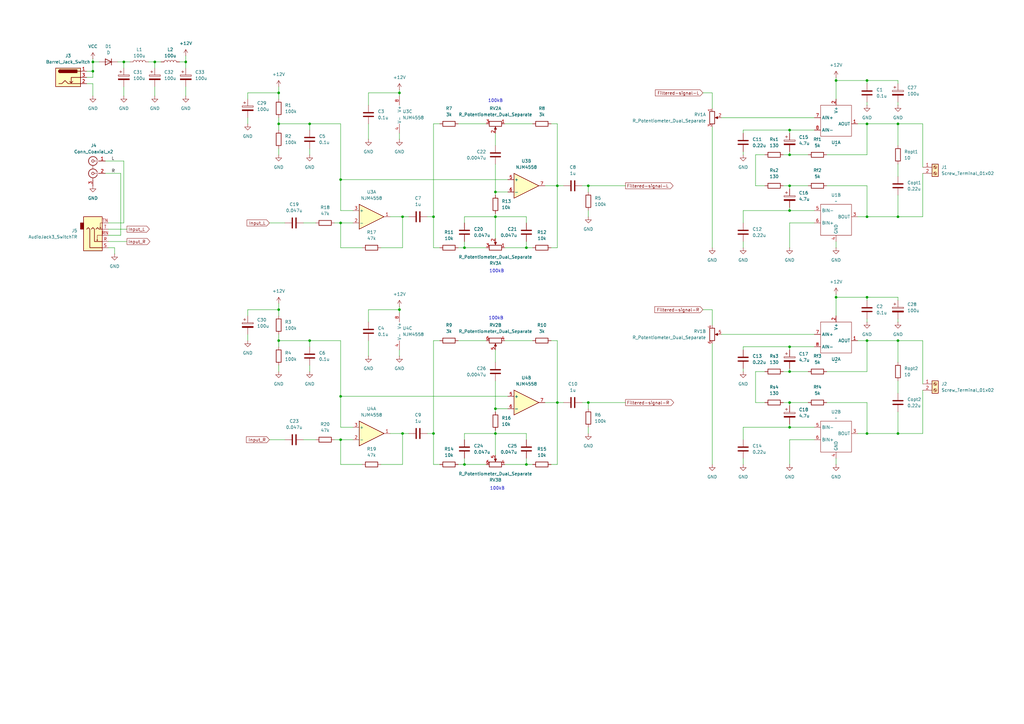
<source format=kicad_sch>
(kicad_sch (version 20231120) (generator "eeschema") (generator_version "8.0")
  (paper "A3")
  (junction (at 50.8 25.4))
  (junction (at 114.3 127))
  (junction (at 323.85 86.36))
  (junction (at 323.85 175.26))
  (junction (at 368.3 50.8))
  (junction (at 323.85 53.34))
  (junction (at 228.6 165.1))
  (junction (at 368.3 139.7))
  (junction (at 114.3 139.7))
  (junction (at 228.6 76.2))
  (junction (at 114.3 50.8))
  (junction (at 203.2 167.64))
  (junction (at 323.85 142.24))
  (junction (at 323.85 152.4))
  (junction (at 203.2 88.9))
  (junction (at 355.6 139.7))
  (junction (at 355.6 50.8))
  (junction (at 165.1 177.8))
  (junction (at 165.1 88.9))
  (junction (at 139.7 180.34))
  (junction (at 203.2 78.74))
  (junction (at 368.3 88.9))
  (junction (at 177.8 177.8))
  (junction (at 139.7 162.56))
  (junction (at 355.6 88.9))
  (junction (at 342.9 33.02))
  (junction (at 139.7 91.44))
  (junction (at 355.6 33.02))
  (junction (at 215.9 190.5))
  (junction (at 241.3 165.1))
  (junction (at 323.85 63.5))
  (junction (at 215.9 101.6))
  (junction (at 177.8 88.9))
  (junction (at 114.3 38.1))
  (junction (at 190.5 190.5))
  (junction (at 127 50.8))
  (junction (at 63.5 25.4))
  (junction (at 203.2 177.8))
  (junction (at 76.2 25.4))
  (junction (at 38.1 25.4))
  (junction (at 163.83 38.1))
  (junction (at 342.9 121.92))
  (junction (at 355.6 121.92))
  (junction (at 127 139.7))
  (junction (at 190.5 101.6))
  (junction (at 241.3 76.2))
  (junction (at 38.1 29.21))
  (junction (at 368.3 177.8))
  (junction (at 139.7 73.66))
  (junction (at 355.6 177.8))
  (junction (at 323.85 76.2))
  (junction (at 163.83 127))
  (junction (at 323.85 165.1))
  (wire (pts (xy 46.99 104.14) (xy 46.99 101.6)))
  (wire (pts (xy 321.31 63.5) (xy 323.85 63.5)))
  (wire (pts (xy 151.13 139.7) (xy 151.13 146.05)))
  (wire (pts (xy 355.6 63.5) (xy 355.6 50.8)))
  (wire (pts (xy 114.3 149.86) (xy 114.3 152.4)))
  (wire (pts (xy 114.3 127) (xy 114.3 124.46)))
  (wire (pts (xy 355.6 139.7) (xy 351.79 139.7)))
  (wire (pts (xy 127 50.8) (xy 139.7 50.8)))
  (wire (pts (xy 43.18 71.12) (xy 49.53 71.12)))
  (wire (pts (xy 139.7 73.66) (xy 208.28 73.66)))
  (wire (pts (xy 50.8 66.04) (xy 50.8 91.44)))
  (wire (pts (xy 321.31 152.4) (xy 323.85 152.4)))
  (wire (pts (xy 203.2 168.91) (xy 203.2 167.64)))
  (wire (pts (xy 223.52 76.2) (xy 228.6 76.2)))
  (wire (pts (xy 148.59 190.5) (xy 139.7 190.5)))
  (wire (pts (xy 215.9 190.5) (xy 218.44 190.5)))
  (wire (pts (xy 139.7 101.6) (xy 139.7 91.44)))
  (wire (pts (xy 241.3 76.2) (xy 241.3 78.74)))
  (wire (pts (xy 215.9 177.8) (xy 215.9 180.34)))
  (wire (pts (xy 323.85 143.51) (xy 323.85 142.24)))
  (wire (pts (xy 50.8 25.4) (xy 50.8 27.94)))
  (wire (pts (xy 50.8 35.56) (xy 50.8 39.37)))
  (wire (pts (xy 63.5 35.56) (xy 63.5 39.37)))
  (wire (pts (xy 238.76 165.1) (xy 241.3 165.1)))
  (wire (pts (xy 378.46 160.02) (xy 378.46 177.8)))
  (wire (pts (xy 309.88 165.1) (xy 313.69 165.1)))
  (wire (pts (xy 187.96 190.5) (xy 190.5 190.5)))
  (wire (pts (xy 139.7 91.44) (xy 144.78 91.44)))
  (wire (pts (xy 203.2 88.9) (xy 203.2 97.79)))
  (wire (pts (xy 228.6 165.1) (xy 231.14 165.1)))
  (wire (pts (xy 165.1 177.8) (xy 160.02 177.8)))
  (wire (pts (xy 304.8 91.44) (xy 304.8 86.36)))
  (wire (pts (xy 304.8 99.06) (xy 304.8 101.6)))
  (wire (pts (xy 309.88 152.4) (xy 309.88 165.1)))
  (wire (pts (xy 38.1 29.21) (xy 35.56 29.21)))
  (wire (pts (xy 177.8 177.8) (xy 177.8 139.7)))
  (wire (pts (xy 203.2 177.8) (xy 203.2 186.69)))
  (wire (pts (xy 124.46 91.44) (xy 129.54 91.44)))
  (wire (pts (xy 323.85 91.44) (xy 323.85 101.6)))
  (wire (pts (xy 163.83 146.05) (xy 163.83 143.51)))
  (wire (pts (xy 151.13 132.08) (xy 151.13 127)))
  (wire (pts (xy 368.3 67.31) (xy 368.3 72.39)))
  (wire (pts (xy 355.6 76.2) (xy 355.6 88.9)))
  (wire (pts (xy 368.3 34.29) (xy 368.3 33.02)))
  (wire (pts (xy 321.31 76.2) (xy 323.85 76.2)))
  (wire (pts (xy 151.13 127) (xy 163.83 127)))
  (wire (pts (xy 226.06 50.8) (xy 228.6 50.8)))
  (wire (pts (xy 156.21 190.5) (xy 165.1 190.5)))
  (wire (pts (xy 151.13 43.18) (xy 151.13 38.1)))
  (wire (pts (xy 309.88 76.2) (xy 313.69 76.2)))
  (wire (pts (xy 339.09 152.4) (xy 355.6 152.4)))
  (wire (pts (xy 63.5 25.4) (xy 66.04 25.4)))
  (wire (pts (xy 165.1 177.8) (xy 167.64 177.8)))
  (wire (pts (xy 114.3 50.8) (xy 127 50.8)))
  (wire (pts (xy 110.49 180.34) (xy 116.84 180.34)))
  (wire (pts (xy 342.9 33.02) (xy 355.6 33.02)))
  (wire (pts (xy 190.5 177.8) (xy 203.2 177.8)))
  (wire (pts (xy 73.66 25.4) (xy 76.2 25.4)))
  (wire (pts (xy 304.8 175.26) (xy 323.85 175.26)))
  (wire (pts (xy 323.85 152.4) (xy 331.47 152.4)))
  (wire (pts (xy 101.6 40.64) (xy 101.6 38.1)))
  (wire (pts (xy 342.9 31.75) (xy 342.9 33.02)))
  (wire (pts (xy 342.9 33.02) (xy 342.9 40.64)))
  (wire (pts (xy 241.3 86.36) (xy 241.3 88.9)))
  (wire (pts (xy 323.85 63.5) (xy 331.47 63.5)))
  (wire (pts (xy 139.7 180.34) (xy 144.78 180.34)))
  (wire (pts (xy 163.83 36.83) (xy 163.83 38.1)))
  (wire (pts (xy 323.85 175.26) (xy 334.01 175.26)))
  (wire (pts (xy 355.6 34.29) (xy 355.6 33.02)))
  (wire (pts (xy 139.7 190.5) (xy 139.7 180.34)))
  (wire (pts (xy 378.46 157.48) (xy 378.46 139.7)))
  (wire (pts (xy 203.2 177.8) (xy 215.9 177.8)))
  (wire (pts (xy 49.53 96.52) (xy 44.45 96.52)))
  (wire (pts (xy 43.18 66.04) (xy 50.8 66.04)))
  (wire (pts (xy 190.5 88.9) (xy 203.2 88.9)))
  (wire (pts (xy 226.06 139.7) (xy 228.6 139.7)))
  (wire (pts (xy 368.3 177.8) (xy 355.6 177.8)))
  (wire (pts (xy 304.8 151.13) (xy 304.8 152.4)))
  (wire (pts (xy 190.5 187.96) (xy 190.5 190.5)))
  (wire (pts (xy 295.91 48.26) (xy 334.01 48.26)))
  (wire (pts (xy 368.3 33.02) (xy 355.6 33.02)))
  (wire (pts (xy 101.6 129.54) (xy 101.6 127)))
  (wire (pts (xy 50.8 91.44) (xy 44.45 91.44)))
  (wire (pts (xy 165.1 190.5) (xy 165.1 177.8)))
  (wire (pts (xy 76.2 25.4) (xy 76.2 27.94)))
  (wire (pts (xy 368.3 148.59) (xy 368.3 139.7)))
  (wire (pts (xy 339.09 76.2) (xy 355.6 76.2)))
  (wire (pts (xy 44.45 93.98) (xy 52.07 93.98)))
  (wire (pts (xy 304.8 142.24) (xy 323.85 142.24)))
  (wire (pts (xy 101.6 48.26) (xy 101.6 50.8)))
  (wire (pts (xy 368.3 50.8) (xy 355.6 50.8)))
  (wire (pts (xy 368.3 130.81) (xy 368.3 132.08)))
  (wire (pts (xy 223.52 165.1) (xy 228.6 165.1)))
  (wire (pts (xy 139.7 86.36) (xy 144.78 86.36)))
  (wire (pts (xy 226.06 101.6) (xy 228.6 101.6)))
  (wire (pts (xy 368.3 168.91) (xy 368.3 177.8)))
  (wire (pts (xy 44.45 99.06) (xy 52.07 99.06)))
  (wire (pts (xy 139.7 162.56) (xy 208.28 162.56)))
  (wire (pts (xy 177.8 88.9) (xy 177.8 50.8)))
  (wire (pts (xy 177.8 50.8) (xy 180.34 50.8)))
  (wire (pts (xy 151.13 38.1) (xy 163.83 38.1)))
  (wire (pts (xy 203.2 87.63) (xy 203.2 88.9)))
  (wire (pts (xy 127 149.86) (xy 127 152.4)))
  (wire (pts (xy 190.5 99.06) (xy 190.5 101.6)))
  (wire (pts (xy 177.8 190.5) (xy 177.8 177.8)))
  (wire (pts (xy 228.6 190.5) (xy 228.6 165.1)))
  (wire (pts (xy 163.83 57.15) (xy 163.83 54.61)))
  (wire (pts (xy 241.3 76.2) (xy 256.54 76.2)))
  (wire (pts (xy 48.26 25.4) (xy 50.8 25.4)))
  (wire (pts (xy 304.8 62.23) (xy 304.8 63.5)))
  (wire (pts (xy 323.85 62.23) (xy 323.85 63.5)))
  (wire (pts (xy 304.8 86.36) (xy 323.85 86.36)))
  (wire (pts (xy 139.7 73.66) (xy 139.7 86.36)))
  (wire (pts (xy 355.6 41.91) (xy 355.6 43.18)))
  (wire (pts (xy 368.3 80.01) (xy 368.3 88.9)))
  (wire (pts (xy 339.09 165.1) (xy 355.6 165.1)))
  (wire (pts (xy 203.2 167.64) (xy 208.28 167.64)))
  (wire (pts (xy 175.26 88.9) (xy 177.8 88.9)))
  (wire (pts (xy 355.6 177.8) (xy 351.79 177.8)))
  (wire (pts (xy 241.3 165.1) (xy 241.3 167.64)))
  (wire (pts (xy 203.2 143.51) (xy 203.2 148.59)))
  (wire (pts (xy 323.85 76.2) (xy 323.85 77.47)))
  (wire (pts (xy 35.56 31.75) (xy 38.1 31.75)))
  (wire (pts (xy 139.7 50.8) (xy 139.7 73.66)))
  (wire (pts (xy 215.9 99.06) (xy 215.9 101.6)))
  (wire (pts (xy 114.3 127) (xy 114.3 129.54)))
  (wire (pts (xy 288.29 127) (xy 292.1 127)))
  (wire (pts (xy 368.3 88.9) (xy 355.6 88.9)))
  (wire (pts (xy 215.9 101.6) (xy 218.44 101.6)))
  (wire (pts (xy 292.1 127) (xy 292.1 133.35)))
  (wire (pts (xy 127 60.96) (xy 127 63.5)))
  (wire (pts (xy 139.7 162.56) (xy 139.7 175.26)))
  (wire (pts (xy 148.59 101.6) (xy 139.7 101.6)))
  (wire (pts (xy 203.2 80.01) (xy 203.2 78.74)))
  (wire (pts (xy 114.3 60.96) (xy 114.3 63.5)))
  (wire (pts (xy 127 139.7) (xy 139.7 139.7)))
  (wire (pts (xy 342.9 187.96) (xy 342.9 190.5)))
  (wire (pts (xy 165.1 101.6) (xy 165.1 88.9)))
  (wire (pts (xy 190.5 190.5) (xy 199.39 190.5)))
  (wire (pts (xy 38.1 25.4) (xy 40.64 25.4)))
  (wire (pts (xy 203.2 176.53) (xy 203.2 177.8)))
  (wire (pts (xy 355.6 88.9) (xy 351.79 88.9)))
  (wire (pts (xy 203.2 88.9) (xy 215.9 88.9)))
  (wire (pts (xy 207.01 101.6) (xy 215.9 101.6)))
  (wire (pts (xy 323.85 54.61) (xy 323.85 53.34)))
  (wire (pts (xy 180.34 101.6) (xy 177.8 101.6)))
  (wire (pts (xy 38.1 39.37) (xy 38.1 34.29)))
  (wire (pts (xy 114.3 139.7) (xy 114.3 142.24)))
  (wire (pts (xy 323.85 165.1) (xy 323.85 166.37)))
  (wire (pts (xy 177.8 139.7) (xy 180.34 139.7)))
  (wire (pts (xy 187.96 50.8) (xy 199.39 50.8)))
  (wire (pts (xy 203.2 156.21) (xy 203.2 167.64)))
  (wire (pts (xy 163.83 127) (xy 163.83 128.27)))
  (wire (pts (xy 304.8 54.61) (xy 304.8 53.34)))
  (wire (pts (xy 368.3 121.92) (xy 355.6 121.92)))
  (wire (pts (xy 187.96 101.6) (xy 190.5 101.6)))
  (wire (pts (xy 76.2 35.56) (xy 76.2 39.37)))
  (wire (pts (xy 342.9 101.6) (xy 342.9 99.06)))
  (wire (pts (xy 355.6 130.81) (xy 355.6 132.08)))
  (wire (pts (xy 49.53 71.12) (xy 49.53 96.52)))
  (wire (pts (xy 368.3 139.7) (xy 378.46 139.7)))
  (wire (pts (xy 165.1 88.9) (xy 160.02 88.9)))
  (wire (pts (xy 304.8 180.34) (xy 304.8 175.26)))
  (wire (pts (xy 238.76 76.2) (xy 241.3 76.2)))
  (wire (pts (xy 177.8 101.6) (xy 177.8 88.9)))
  (wire (pts (xy 323.85 86.36) (xy 334.01 86.36)))
  (wire (pts (xy 323.85 142.24) (xy 334.01 142.24)))
  (wire (pts (xy 339.09 63.5) (xy 355.6 63.5)))
  (wire (pts (xy 207.01 50.8) (xy 218.44 50.8)))
  (wire (pts (xy 304.8 187.96) (xy 304.8 190.5)))
  (wire (pts (xy 124.46 180.34) (xy 129.54 180.34)))
  (wire (pts (xy 288.29 38.1) (xy 292.1 38.1)))
  (wire (pts (xy 38.1 34.29) (xy 35.56 34.29)))
  (wire (pts (xy 241.3 175.26) (xy 241.3 177.8)))
  (wire (pts (xy 110.49 91.44) (xy 116.84 91.44)))
  (wire (pts (xy 368.3 88.9) (xy 378.46 88.9)))
  (wire (pts (xy 292.1 140.97) (xy 292.1 190.5)))
  (wire (pts (xy 156.21 101.6) (xy 165.1 101.6)))
  (wire (pts (xy 207.01 190.5) (xy 215.9 190.5)))
  (wire (pts (xy 368.3 41.91) (xy 368.3 43.18)))
  (wire (pts (xy 127 50.8) (xy 127 53.34)))
  (wire (pts (xy 127 139.7) (xy 127 142.24)))
  (wire (pts (xy 114.3 139.7) (xy 127 139.7)))
  (wire (pts (xy 368.3 177.8) (xy 378.46 177.8)))
  (wire (pts (xy 323.85 165.1) (xy 331.47 165.1)))
  (wire (pts (xy 323.85 76.2) (xy 331.47 76.2)))
  (wire (pts (xy 101.6 137.16) (xy 101.6 139.7)))
  (wire (pts (xy 190.5 180.34) (xy 190.5 177.8)))
  (wire (pts (xy 323.85 180.34) (xy 323.85 190.5)))
  (wire (pts (xy 295.91 137.16) (xy 334.01 137.16)))
  (wire (pts (xy 323.85 151.13) (xy 323.85 152.4)))
  (wire (pts (xy 342.9 121.92) (xy 355.6 121.92)))
  (wire (pts (xy 309.88 63.5) (xy 309.88 76.2)))
  (wire (pts (xy 137.16 91.44) (xy 139.7 91.44)))
  (wire (pts (xy 228.6 101.6) (xy 228.6 76.2)))
  (wire (pts (xy 323.85 85.09) (xy 323.85 86.36)))
  (wire (pts (xy 304.8 143.51) (xy 304.8 142.24)))
  (wire (pts (xy 50.8 25.4) (xy 53.34 25.4)))
  (wire (pts (xy 139.7 139.7) (xy 139.7 162.56)))
  (wire (pts (xy 378.46 71.12) (xy 378.46 88.9)))
  (wire (pts (xy 60.96 25.4) (xy 63.5 25.4)))
  (wire (pts (xy 304.8 53.34) (xy 323.85 53.34)))
  (wire (pts (xy 368.3 59.69) (xy 368.3 50.8)))
  (wire (pts (xy 101.6 127) (xy 114.3 127)))
  (wire (pts (xy 38.1 24.13) (xy 38.1 25.4)))
  (wire (pts (xy 114.3 38.1) (xy 114.3 35.56)))
  (wire (pts (xy 46.99 101.6) (xy 44.45 101.6)))
  (wire (pts (xy 207.01 139.7) (xy 218.44 139.7)))
  (wire (pts (xy 323.85 53.34) (xy 334.01 53.34)))
  (wire (pts (xy 368.3 123.19) (xy 368.3 121.92)))
  (wire (pts (xy 368.3 156.21) (xy 368.3 161.29)))
  (wire (pts (xy 180.34 190.5) (xy 177.8 190.5)))
  (wire (pts (xy 151.13 50.8) (xy 151.13 57.15)))
  (wire (pts (xy 114.3 38.1) (xy 114.3 40.64)))
  (wire (pts (xy 187.96 139.7) (xy 199.39 139.7)))
  (wire (pts (xy 355.6 165.1) (xy 355.6 177.8)))
  (wire (pts (xy 313.69 152.4) (xy 309.88 152.4)))
  (wire (pts (xy 355.6 152.4) (xy 355.6 139.7)))
  (wire (pts (xy 114.3 48.26) (xy 114.3 50.8)))
  (wire (pts (xy 226.06 190.5) (xy 228.6 190.5)))
  (wire (pts (xy 378.46 68.58) (xy 378.46 50.8)))
  (wire (pts (xy 355.6 123.19) (xy 355.6 121.92)))
  (wire (pts (xy 163.83 38.1) (xy 163.83 39.37)))
  (wire (pts (xy 137.16 180.34) (xy 139.7 180.34)))
  (wire (pts (xy 323.85 173.99) (xy 323.85 175.26)))
  (wire (pts (xy 190.5 91.44) (xy 190.5 88.9)))
  (wire (pts (xy 215.9 187.96) (xy 215.9 190.5)))
  (wire (pts (xy 101.6 38.1) (xy 114.3 38.1)))
  (wire (pts (xy 114.3 50.8) (xy 114.3 53.34)))
  (wire (pts (xy 368.3 50.8) (xy 378.46 50.8)))
  (wire (pts (xy 228.6 76.2) (xy 231.14 76.2)))
  (wire (pts (xy 63.5 25.4) (xy 63.5 27.94)))
  (wire (pts (xy 228.6 50.8) (xy 228.6 76.2)))
  (wire (pts (xy 342.9 120.65) (xy 342.9 121.92)))
  (wire (pts (xy 292.1 52.07) (xy 292.1 101.6)))
  (wire (pts (xy 38.1 31.75) (xy 38.1 29.21)))
  (wire (pts (xy 215.9 88.9) (xy 215.9 91.44)))
  (wire (pts (xy 175.26 177.8) (xy 177.8 177.8)))
  (wire (pts (xy 334.01 180.34) (xy 323.85 180.34)))
  (wire (pts (xy 190.5 101.6) (xy 199.39 101.6)))
  (wire (pts (xy 203.2 78.74) (xy 208.28 78.74)))
  (wire (pts (xy 203.2 54.61) (xy 203.2 59.69)))
  (wire (pts (xy 76.2 22.86) (xy 76.2 25.4)))
  (wire (pts (xy 203.2 67.31) (xy 203.2 78.74)))
  (wire (pts (xy 165.1 88.9) (xy 167.64 88.9)))
  (wire (pts (xy 114.3 137.16) (xy 114.3 139.7)))
  (wire (pts (xy 139.7 175.26) (xy 144.78 175.26)))
  (wire (pts (xy 342.9 121.92) (xy 342.9 129.54)))
  (wire (pts (xy 313.69 63.5) (xy 309.88 63.5)))
  (wire (pts (xy 228.6 139.7) (xy 228.6 165.1)))
  (wire (pts (xy 368.3 139.7) (xy 355.6 139.7)))
  (wire (pts (xy 321.31 165.1) (xy 323.85 165.1)))
  (wire (pts (xy 292.1 38.1) (xy 292.1 44.45)))
  (wire (pts (xy 241.3 165.1) (xy 256.54 165.1)))
  (wire (pts (xy 355.6 50.8) (xy 351.79 50.8)))
  (wire (pts (xy 38.1 25.4) (xy 38.1 29.21)))
  (wire (pts (xy 163.83 125.73) (xy 163.83 127)))
  (wire (pts (xy 334.01 91.44) (xy 323.85 91.44)))
  (text "100kB" (at 203.962 200.406 0) (effects (font (size 1.27 1.27))))
  (text "100kB" (at 203.708 111.252 0) (effects (font (size 1.27 1.27))))
  (text "100kB" (at 203.2 41.402 0) (effects (font (size 1.27 1.27))))
  (text "100kB" (at 203.454 130.556 0) (effects (font (size 1.27 1.27))))
  (label "R" (at 45.72 71.12 0))
  (label "L" (at 45.72 66.04 0))
  (global_label "Input_R" (shape output) (at 52.07 99.06 0) (property "Intersheetrefs" "${INTERSHEET_REFS}" (effects (hide yes))))
  (global_label "Input_L" (shape input) (at 110.49 91.44 180) (property "Intersheetrefs" "${INTERSHEET_REFS}" (effects (hide yes))))
  (global_label "Filtered-signal-R" (shape output) (at 256.54 165.1 0) (property "Intersheetrefs" "${INTERSHEET_REFS}" (effects (hide yes))))
  (global_label "Filtered-signal-R" (shape input) (at 288.29 127 180) (property "Intersheetrefs" "${INTERSHEET_REFS}" (effects (hide yes))))
  (global_label "Filtered-signal-L" (shape output) (at 256.54 76.2 0) (property "Intersheetrefs" "${INTERSHEET_REFS}" (effects (hide yes))))
  (global_label "Input_R" (shape input) (at 110.49 180.34 180) (property "Intersheetrefs" "${INTERSHEET_REFS}" (effects (hide yes))))
  (global_label "Input_L" (shape output) (at 52.07 93.98 0) (property "Intersheetrefs" "${INTERSHEET_REFS}" (effects (hide yes))))
  (global_label "Filtered-signal-L" (shape input) (at 288.29 38.1 180) (property "Intersheetrefs" "${INTERSHEET_REFS}" (effects (hide yes))))
  (symbol (lib_id "Device:C") (at 203.2 152.4 0) (mirror x) (unit 1)
    (property "Reference" "C26" (at 199.39 151.1299 0) (effects (justify right)))
    (property "Value" "0.0047u" (at 199.39 153.6699 0) (effects (justify right)))
    (property "Footprint" "Capacitor_THT:C_Disc_D5.0mm_W2.5mm_P5.00mm" (effects (hide yes)))
    (property "Description" "Unpolarized capacitor" (effects (hide yes)))
  )
  (symbol (lib_id "Device:R_Potentiometer_Dual_Separate") (at 203.2 50.8 270) (unit 1)
    (property "Reference" "RV2" (at 203.2 44.45 90))
    (property "Value" "R_Potentiometer_Dual_Separate" (at 203.2 46.99 90))
    (property "Footprint" "Potentiometer_THT:Potentiometer_Alps_RK097_Dual_Horizontal" (effects (hide yes)))
    (property "Description" "Dual potentiometer, separate units" (effects (hide yes)))
  )
  (symbol (lib_id "Connector_Audio:AudioJack3_SwitchTR") (at 39.37 99.06 0) (mirror x) (unit 1)
    (property "Reference" "J5" (at 31.75 94.6149 0) (effects (justify right)))
    (property "Value" "AudioJack3_SwitchTR" (at 31.75 97.1549 0) (effects (justify right)))
    (property "Footprint" "Connector_Audio:Jack_3.5mm_CUI_SJ1-3535NG_Horizontal" (effects (hide yes)))
    (property "Description" "Audio Jack, 3 Poles (Stereo / TRS), Switched TR Poles (Normalling)" (effects (hide yes)))
  )
  (symbol (lib_id "Device:R") (at 368.3 63.5 0) (unit 1)
    (property "Reference" "Ropt1" (at 370.84 62.2299 0) (effects (justify left)))
    (property "Value" "10" (at 370.84 64.7699 0) (effects (justify left)))
    (property "Footprint" "Resistor_THT:R_Axial_DIN0207_L6.3mm_D2.5mm_P10.16mm_Horizontal" (effects (hide yes)))
    (property "Description" "Resistor" (effects (hide yes)))
  )
  (symbol (lib_id "NJM2073:NJM2073") (at 342.9 139.7 0) (unit 1) (in_bom no) (on_board no)
    (property "Reference" "U2" (at 342.9 147.32 0))
    (property "Value" "~" (at 342.9 148.59 0))
    (property "Footprint" "Package_DIP:DIP-8_W7.62mm_Socket" (effects (hide yes)))
  )
  (symbol (lib_id "Device:C") (at 304.8 147.32 0) (unit 1)
    (property "Reference" "C13" (at 308.61 146.0499 0) (effects (justify left)))
    (property "Value" "0.22u" (at 308.61 148.5899 0) (effects (justify left)))
    (property "Footprint" "Capacitor_THT:C_Disc_D5.0mm_W2.5mm_P5.00mm" (effects (hide yes)))
    (property "Description" "Unpolarized capacitor" (effects (hide yes)))
  )
  (symbol (lib_id "Device:R") (at 184.15 50.8 90) (unit 1)
    (property "Reference" "R7" (at 184.15 44.45 90))
    (property "Value" "3k" (at 184.15 46.99 90))
    (property "Footprint" "Resistor_THT:R_Axial_DIN0207_L6.3mm_D2.5mm_P10.16mm_Horizontal" (effects (hide yes)))
    (property "Description" "Resistor" (effects (hide yes)))
  )
  (symbol (lib_id "Amplifier_Operational:NJM4558") (at 152.4 177.8 0) (unit 1)
    (property "Reference" "U4" (at 152.4 167.64 0))
    (property "Value" "NJM4558" (at 152.4 170.18 0))
    (property "Footprint" "Package_DIP:DIP-8_W7.62mm" (effects (hide yes)))
    (property "Datasheet" "http://www.njr.com/semicon/PDF/NJM4558_NJM4559_E.pdf" (effects (hide yes)))
    (property "Description" "Dual Operational Amplifier, DIP-8/DMP-8/SIP-8/SOP-8/SSOP-8" (effects (hide yes)))
  )
  (symbol (lib_id "Device:C_Polarized") (at 323.85 170.18 0) (unit 1)
    (property "Reference" "C18" (at 327.66 168.0209 0) (effects (justify left)))
    (property "Value" "4.7u" (at 327.66 170.5609 0) (effects (justify left)))
    (property "Footprint" "Capacitor_THT:C_Disc_D5.0mm_W2.5mm_P5.00mm" (effects (hide yes)))
    (property "Description" "Polarized capacitor" (effects (hide yes)))
  )
  (symbol (lib_id "Device:C") (at 234.95 165.1 90) (unit 1)
    (property "Reference" "C10" (at 234.95 157.48 90))
    (property "Value" "1u" (at 234.95 160.02 90))
    (property "Footprint" "Capacitor_THT:CP_Radial_D5.0mm_P2.00mm" (effects (hide yes)))
    (property "Description" "Unpolarized capacitor" (effects (hide yes)))
  )
  (symbol (lib_id "Device:R") (at 241.3 82.55 0) (unit 1)
    (property "Reference" "R5" (at 243.84 81.2799 0) (effects (justify left)))
    (property "Value" "100k" (at 243.84 83.8199 0) (effects (justify left)))
    (property "Footprint" "Resistor_THT:R_Axial_DIN0207_L6.3mm_D2.5mm_P10.16mm_Horizontal" (effects (hide yes)))
    (property "Description" "Resistor" (effects (hide yes)))
  )
  (symbol (lib_id "Device:R") (at 222.25 50.8 90) (unit 1)
    (property "Reference" "R8" (at 222.25 44.45 90))
    (property "Value" "3k" (at 222.25 46.99 90))
    (property "Footprint" "Resistor_THT:R_Axial_DIN0207_L6.3mm_D2.5mm_P10.16mm_Horizontal" (effects (hide yes)))
    (property "Description" "Resistor" (effects (hide yes)))
  )
  (symbol (lib_id "Device:C") (at 120.65 91.44 90) (unit 1)
    (property "Reference" "C19" (at 120.65 83.82 90))
    (property "Value" "0.047u" (at 120.65 86.36 90))
    (property "Footprint" "Capacitor_THT:C_Disc_D5.0mm_W2.5mm_P5.00mm" (effects (hide yes)))
    (property "Description" "Unpolarized capacitor" (effects (hide yes)))
  )
  (symbol (lib_id "Amplifier_Operational:NJM4558") (at 215.9 165.1 0) (unit 2)
    (property "Reference" "U4" (at 215.9 154.94 0))
    (property "Value" "NJM4558" (at 215.9 157.48 0))
    (property "Footprint" "Package_DIP:DIP-8_W7.62mm" (effects (hide yes)))
    (property "Datasheet" "http://www.njr.com/semicon/PDF/NJM4558_NJM4559_E.pdf" (effects (hide yes)))
    (property "Description" "Dual Operational Amplifier, DIP-8/DMP-8/SIP-8/SOP-8/SSOP-8" (effects (hide yes)))
  )
  (symbol (lib_id "Device:C") (at 304.8 95.25 0) (unit 1)
    (property "Reference" "C12" (at 308.61 93.9799 0) (effects (justify left)))
    (property "Value" "0.22u" (at 308.61 96.5199 0) (effects (justify left)))
    (property "Footprint" "Capacitor_THT:C_Disc_D5.0mm_W2.5mm_P5.00mm" (effects (hide yes)))
    (property "Description" "Unpolarized capacitor" (effects (hide yes)))
  )
  (symbol (lib_id "Device:C_Polarized") (at 101.6 133.35 0) (unit 1)
    (property "Reference" "C30" (at 105.41 131.1909 0) (effects (justify left)))
    (property "Value" "100u" (at 105.41 133.7309 0) (effects (justify left)))
    (property "Footprint" "Capacitor_THT:CP_Radial_D10.0mm_P5.00mm" (effects (hide yes)))
    (property "Description" "Polarized capacitor" (effects (hide yes)))
  )
  (symbol (lib_id "power:GND") (at 342.9 190.5 0) (unit 1)
    (property "Reference" "#PWR015" (effects (hide yes)))
    (property "Value" "GND" (at 342.9 195.58 0))
    (property "Description" "Power symbol creates a global label with name \"GND\" , ground" (effects (hide yes)))
  )
  (symbol (lib_id "Device:C") (at 215.9 184.15 0) (mirror x) (unit 1)
    (property "Reference" "C25" (at 212.09 182.8799 0) (effects (justify right)))
    (property "Value" "0.047u" (at 212.09 185.4199 0) (effects (justify right)))
    (property "Footprint" "Capacitor_THT:C_Disc_D5.0mm_W2.5mm_P5.00mm" (effects (hide yes)))
    (property "Description" "Unpolarized capacitor" (effects (hide yes)))
  )
  (symbol (lib_id "power:GND") (at 127 63.5 0) (unit 1)
    (property "Reference" "#PWR023" (effects (hide yes)))
    (property "Value" "GND" (at 127 68.58 0))
    (property "Description" "Power symbol creates a global label with name \"GND\" , ground" (effects (hide yes)))
  )
  (symbol (lib_id "Device:R") (at 317.5 63.5 90) (unit 1)
    (property "Reference" "Rs1" (at 317.5 57.15 90))
    (property "Value" "130" (at 317.5 59.69 90))
    (property "Footprint" "Resistor_THT:R_Axial_DIN0207_L6.3mm_D2.5mm_P10.16mm_Horizontal" (effects (hide yes)))
    (property "Description" "Resistor" (effects (hide yes)))
  )
  (symbol (lib_id "Device:C_Polarized") (at 63.5 31.75 0) (unit 1)
    (property "Reference" "C32" (at 67.31 29.5909 0) (effects (justify left)))
    (property "Value" "100u" (at 67.31 32.1309 0) (effects (justify left)))
    (property "Footprint" "Capacitor_THT:CP_Radial_D10.0mm_P5.00mm" (effects (hide yes)))
    (property "Description" "Polarized capacitor" (effects (hide yes)))
  )
  (symbol (lib_id "power:+12V") (at 76.2 22.86 0) (unit 1)
    (property "Reference" "#PWR039" (effects (hide yes)))
    (property "Value" "+12V" (at 76.2 17.78 0))
    (property "Description" "Power symbol creates a global label with name \"+12V\"" (effects (hide yes)))
  )
  (symbol (lib_id "power:+12V") (at 163.83 36.83 0) (unit 1)
    (property "Reference" "#PWR017" (effects (hide yes)))
    (property "Value" "+12V" (at 163.83 31.75 0))
    (property "Description" "Power symbol creates a global label with name \"+12V\"" (effects (hide yes)))
  )
  (symbol (lib_id "Device:R") (at 114.3 44.45 0) (unit 1)
    (property "Reference" "R1" (at 116.84 43.1799 0) (effects (justify left)))
    (property "Value" "100k" (at 116.84 45.7199 0) (effects (justify left)))
    (property "Footprint" "Resistor_THT:R_Axial_DIN0207_L6.3mm_D2.5mm_P10.16mm_Horizontal" (effects (hide yes)))
    (property "Description" "Resistor" (effects (hide yes)))
  )
  (symbol (lib_id "Device:R") (at 317.5 152.4 90) (unit 1)
    (property "Reference" "Rs3" (at 317.5 146.05 90))
    (property "Value" "130" (at 317.5 148.59 90))
    (property "Footprint" "Resistor_THT:R_Axial_DIN0207_L6.3mm_D2.5mm_P10.16mm_Horizontal" (effects (hide yes)))
    (property "Description" "Resistor" (effects (hide yes)))
  )
  (symbol (lib_id "power:GND") (at 63.5 39.37 0) (unit 1)
    (property "Reference" "#PWR037" (effects (hide yes)))
    (property "Value" "GND" (at 63.5 44.45 0))
    (property "Description" "Power symbol creates a global label with name \"GND\" , ground" (effects (hide yes)))
  )
  (symbol (lib_id "Device:C") (at 190.5 184.15 180) (unit 1)
    (property "Reference" "C24" (at 194.31 182.8799 0) (effects (justify right)))
    (property "Value" "0.047u" (at 194.31 185.4199 0) (effects (justify right)))
    (property "Footprint" "Capacitor_THT:C_Disc_D5.0mm_W2.5mm_P5.00mm" (effects (hide yes)))
    (property "Description" "Unpolarized capacitor" (effects (hide yes)))
  )
  (symbol (lib_id "Device:C_Polarized") (at 76.2 31.75 0) (unit 1)
    (property "Reference" "C33" (at 80.01 29.5909 0) (effects (justify left)))
    (property "Value" "100u" (at 80.01 32.1309 0) (effects (justify left)))
    (property "Footprint" "Capacitor_THT:CP_Radial_D10.0mm_P5.00mm" (effects (hide yes)))
    (property "Description" "Polarized capacitor" (effects (hide yes)))
  )
  (symbol (lib_id "Device:R") (at 184.15 139.7 90) (unit 1)
    (property "Reference" "R9" (at 184.15 133.35 90))
    (property "Value" "3k" (at 184.15 135.89 90))
    (property "Footprint" "Resistor_THT:R_Axial_DIN0207_L6.3mm_D2.5mm_P10.16mm_Horizontal" (effects (hide yes)))
    (property "Description" "Resistor" (effects (hide yes)))
  )
  (symbol (lib_id "Device:R") (at 335.28 63.5 90) (unit 1)
    (property "Reference" "Rf1" (at 335.28 57.15 90))
    (property "Value" "5k" (at 335.28 59.69 90))
    (property "Footprint" "Resistor_THT:R_Axial_DIN0207_L6.3mm_D2.5mm_P10.16mm_Horizontal" (effects (hide yes)))
    (property "Description" "Resistor" (effects (hide yes)))
  )
  (symbol (lib_id "Device:R") (at 222.25 190.5 90) (unit 1)
    (property "Reference" "R15" (at 222.25 184.15 90))
    (property "Value" "10k" (at 222.25 186.69 90))
    (property "Footprint" "Resistor_THT:R_Axial_DIN0207_L6.3mm_D2.5mm_P10.16mm_Horizontal" (effects (hide yes)))
    (property "Description" "Resistor" (effects (hide yes)))
  )
  (symbol (lib_id "Connector:Screw_Terminal_01x02") (at 383.54 157.48 0) (unit 1)
    (property "Reference" "J2" (at 386.08 157.4799 0) (effects (justify left)))
    (property "Value" "Screw_Terminal_01x02" (at 386.08 160.0199 0) (effects (justify left)))
    (property "Footprint" "Connector_Phoenix_MC_HighVoltage:PhoenixContact_MCV_1,5_2-G-5.08_1x02_P5.08mm_Vertical" (effects (hide yes)))
    (property "Description" "Generic screw terminal, single row, 01x02, script generated (kicad-library-utils/schlib/autogen/connector/)" (effects (hide yes)))
  )
  (symbol (lib_id "Device:R") (at 114.3 133.35 0) (unit 1)
    (property "Reference" "R3" (at 116.84 132.0799 0) (effects (justify left)))
    (property "Value" "100k" (at 116.84 134.6199 0) (effects (justify left)))
    (property "Footprint" "Resistor_THT:R_Axial_DIN0207_L6.3mm_D2.5mm_P10.16mm_Horizontal" (effects (hide yes)))
    (property "Description" "Resistor" (effects (hide yes)))
  )
  (symbol (lib_id "power:GND") (at 323.85 101.6 0) (unit 1)
    (property "Reference" "#PWR09" (effects (hide yes)))
    (property "Value" "GND" (at 323.85 106.68 0))
    (property "Description" "Power symbol creates a global label with name \"GND\" , ground" (effects (hide yes)))
  )
  (symbol (lib_id "Device:R") (at 133.35 91.44 90) (unit 1)
    (property "Reference" "R18" (at 133.35 85.09 90))
    (property "Value" "47k" (at 133.35 87.63 90))
    (property "Footprint" "Resistor_THT:R_Axial_DIN0207_L6.3mm_D2.5mm_P10.16mm_Horizontal" (effects (hide yes)))
    (property "Description" "Resistor" (effects (hide yes)))
  )
  (symbol (lib_id "power:GND") (at 101.6 50.8 0) (unit 1)
    (property "Reference" "#PWR021" (effects (hide yes)))
    (property "Value" "GND" (at 101.6 55.88 0))
    (property "Description" "Power symbol creates a global label with name \"GND\" , ground" (effects (hide yes)))
  )
  (symbol (lib_id "power:GND") (at 50.8 39.37 0) (unit 1)
    (property "Reference" "#PWR036" (effects (hide yes)))
    (property "Value" "GND" (at 50.8 44.45 0))
    (property "Description" "Power symbol creates a global label with name \"GND\" , ground" (effects (hide yes)))
  )
  (symbol (lib_id "Device:C") (at 190.5 95.25 180) (unit 1)
    (property "Reference" "C20" (at 194.31 93.9799 0) (effects (justify right)))
    (property "Value" "0.047u" (at 194.31 96.5199 0) (effects (justify right)))
    (property "Footprint" "Capacitor_THT:C_Disc_D5.0mm_W2.5mm_P5.00mm" (effects (hide yes)))
    (property "Description" "Unpolarized capacitor" (effects (hide yes)))
  )
  (symbol (lib_id "power:+12V") (at 114.3 35.56 0) (unit 1)
    (property "Reference" "#PWR018" (effects (hide yes)))
    (property "Value" "+12V" (at 114.3 30.48 0))
    (property "Description" "Power symbol creates a global label with name \"+12V\"" (effects (hide yes)))
  )
  (symbol (lib_id "Device:C") (at 304.8 58.42 0) (unit 1)
    (property "Reference" "C11" (at 308.61 57.1499 0) (effects (justify left)))
    (property "Value" "0.22u" (at 308.61 59.6899 0) (effects (justify left)))
    (property "Footprint" "Capacitor_THT:C_Disc_D5.0mm_W2.5mm_P5.00mm" (effects (hide yes)))
    (property "Description" "Unpolarized capacitor" (effects (hide yes)))
  )
  (symbol (lib_id "Device:R") (at 114.3 57.15 0) (unit 1)
    (property "Reference" "R2" (at 116.84 55.8799 0) (effects (justify left)))
    (property "Value" "100k" (at 116.84 58.4199 0) (effects (justify left)))
    (property "Footprint" "Resistor_THT:R_Axial_DIN0207_L6.3mm_D2.5mm_P10.16mm_Horizontal" (effects (hide yes)))
    (property "Description" "Resistor" (effects (hide yes)))
  )
  (symbol (lib_id "Device:R") (at 222.25 101.6 90) (unit 1)
    (property "Reference" "R12" (at 222.25 95.25 90))
    (property "Value" "10k" (at 222.25 97.79 90))
    (property "Footprint" "Resistor_THT:R_Axial_DIN0207_L6.3mm_D2.5mm_P10.16mm_Horizontal" (effects (hide yes)))
    (property "Description" "Resistor" (effects (hide yes)))
  )
  (symbol (lib_id "Device:R") (at 317.5 76.2 90) (unit 1)
    (property "Reference" "Rs2" (at 317.5 69.85 90))
    (property "Value" "130" (at 317.5 72.39 90))
    (property "Footprint" "Resistor_THT:R_Axial_DIN0207_L6.3mm_D2.5mm_P10.16mm_Horizontal" (effects (hide yes)))
    (property "Description" "Resistor" (effects (hide yes)))
  )
  (symbol (lib_id "power:+12V") (at 163.83 125.73 0) (unit 1)
    (property "Reference" "#PWR025" (effects (hide yes)))
    (property "Value" "+12V" (at 163.83 120.65 0))
    (property "Description" "Power symbol creates a global label with name \"+12V\"" (effects (hide yes)))
  )
  (symbol (lib_id "Device:C") (at 171.45 88.9 90) (unit 1)
    (property "Reference" "C7" (at 171.45 81.28 90))
    (property "Value" "1u" (at 171.45 83.82 90))
    (property "Footprint" "Capacitor_THT:CP_Radial_D5.0mm_P2.00mm" (effects (hide yes)))
    (property "Description" "Unpolarized capacitor" (effects (hide yes)))
  )
  (symbol (lib_id "Amplifier_Operational:NJM4558") (at 152.4 88.9 0) (unit 1)
    (property "Reference" "U3" (at 152.4 78.74 0))
    (property "Value" "NJM4558" (at 152.4 81.28 0))
    (property "Footprint" "Package_DIP:DIP-8_W7.62mm" (effects (hide yes)))
    (property "Datasheet" "http://www.njr.com/semicon/PDF/NJM4558_NJM4559_E.pdf" (effects (hide yes)))
    (property "Description" "Dual Operational Amplifier, DIP-8/DMP-8/SIP-8/SOP-8/SSOP-8" (effects (hide yes)))
  )
  (symbol (lib_id "power:GND") (at 292.1 101.6 0) (unit 1)
    (property "Reference" "#PWR08" (effects (hide yes)))
    (property "Value" "GND" (at 292.1 106.68 0))
    (property "Description" "Power symbol creates a global label with name \"GND\" , ground" (effects (hide yes)))
  )
  (symbol (lib_id "power:GND") (at 151.13 146.05 0) (unit 1)
    (property "Reference" "#PWR027" (effects (hide yes)))
    (property "Value" "GND" (at 151.13 151.13 0))
    (property "Description" "Power symbol creates a global label with name \"GND\" , ground" (effects (hide yes)))
  )
  (symbol (lib_id "power:GND") (at 151.13 57.15 0) (unit 1)
    (property "Reference" "#PWR019" (effects (hide yes)))
    (property "Value" "GND" (at 151.13 62.23 0))
    (property "Description" "Power symbol creates a global label with name \"GND\" , ground" (effects (hide yes)))
  )
  (symbol (lib_id "power:GND") (at 241.3 88.9 0) (unit 1)
    (property "Reference" "#PWR024" (effects (hide yes)))
    (property "Value" "GND" (at 241.3 93.98 0))
    (property "Description" "Power symbol creates a global label with name \"GND\" , ground" (effects (hide yes)))
  )
  (symbol (lib_id "Amplifier_Operational:NJM4558") (at 166.37 46.99 0) (unit 3)
    (property "Reference" "U3" (at 165.1 45.7199 0) (effects (justify left)))
    (property "Value" "NJM4558" (at 165.1 48.2599 0) (effects (justify left)))
    (property "Footprint" "Package_DIP:DIP-8_W7.62mm" (effects (hide yes)))
    (property "Datasheet" "http://www.njr.com/semicon/PDF/NJM4558_NJM4559_E.pdf" (effects (hide yes)))
    (property "Description" "Dual Operational Amplifier, DIP-8/DMP-8/SIP-8/SOP-8/SSOP-8" (effects (hide yes)))
  )
  (symbol (lib_id "Connector:Screw_Terminal_01x02") (at 383.54 68.58 0) (unit 1)
    (property "Reference" "J1" (at 386.08 68.5799 0) (effects (justify left)))
    (property "Value" "Screw_Terminal_01x02" (at 386.08 71.1199 0) (effects (justify left)))
    (property "Footprint" "Connector_Phoenix_MC_HighVoltage:PhoenixContact_MCV_1,5_2-G-5.08_1x02_P5.08mm_Vertical" (effects (hide yes)))
    (property "Description" "Generic screw terminal, single row, 01x02, script generated (kicad-library-utils/schlib/autogen/connector/)" (effects (hide yes)))
  )
  (symbol (lib_id "power:+12V") (at 114.3 124.46 0) (unit 1)
    (property "Reference" "#PWR026" (effects (hide yes)))
    (property "Value" "+12V" (at 114.3 119.38 0))
    (property "Description" "Power symbol creates a global label with name \"+12V\"" (effects (hide yes)))
  )
  (symbol (lib_id "Device:C") (at 355.6 127 0) (unit 1)
    (property "Reference" "C2" (at 359.41 125.7299 0) (effects (justify left)))
    (property "Value" "0.1u" (at 359.41 128.2699 0) (effects (justify left)))
    (property "Footprint" "Capacitor_THT:C_Disc_D5.0mm_W2.5mm_P5.00mm" (effects (hide yes)))
    (property "Description" "Unpolarized capacitor" (effects (hide yes)))
  )
  (symbol (lib_id "power:VCC") (at 38.1 24.13 0) (unit 1)
    (property "Reference" "#PWR034" (effects (hide yes)))
    (property "Value" "VCC" (at 38.1 19.05 0))
    (property "Description" "Power symbol creates a global label with name \"VCC\"" (effects (hide yes)))
  )
  (symbol (lib_id "power:GND") (at 304.8 152.4 0) (unit 1)
    (property "Reference" "#PWR012" (effects (hide yes)))
    (property "Value" "GND" (at 304.8 157.48 0))
    (property "Description" "Power symbol creates a global label with name \"GND\" , ground" (effects (hide yes)))
  )
  (symbol (lib_id "Device:C") (at 151.13 135.89 0) (unit 1)
    (property "Reference" "C4" (at 154.94 134.6199 0) (effects (justify left)))
    (property "Value" "0.1u" (at 154.94 137.1599 0) (effects (justify left)))
    (property "Footprint" "Capacitor_THT:C_Disc_D5.0mm_W2.5mm_P5.00mm" (effects (hide yes)))
    (property "Description" "Unpolarized capacitor" (effects (hide yes)))
  )
  (symbol (lib_id "NJM2073:NJM2073") (at 342.9 50.8 0) (unit 1) (in_bom no) (on_board no)
    (property "Reference" "U1" (at 342.9 58.42 0))
    (property "Value" "~" (at 342.9 59.69 0))
    (property "Footprint" "Package_DIP:DIP-8_W7.62mm_Socket" (effects (hide yes)))
  )
  (symbol (lib_id "Device:C") (at 203.2 63.5 0) (mirror x) (unit 1)
    (property "Reference" "C22" (at 199.39 62.2299 0) (effects (justify right)))
    (property "Value" "0.0047u" (at 199.39 64.7699 0) (effects (justify right)))
    (property "Footprint" "Capacitor_THT:C_Disc_D5.0mm_W2.5mm_P5.00mm" (effects (hide yes)))
    (property "Description" "Unpolarized capacitor" (effects (hide yes)))
  )
  (symbol (lib_id "Device:R") (at 152.4 190.5 90) (unit 1)
    (property "Reference" "R19" (at 152.4 184.15 90))
    (property "Value" "47k" (at 152.4 186.69 90))
    (property "Footprint" "Resistor_THT:R_Axial_DIN0207_L6.3mm_D2.5mm_P10.16mm_Horizontal" (effects (hide yes)))
    (property "Description" "Resistor" (effects (hide yes)))
  )
  (symbol (lib_id "power:GND") (at 292.1 190.5 0) (unit 1)
    (property "Reference" "#PWR016" (effects (hide yes)))
    (property "Value" "GND" (at 292.1 195.58 0))
    (property "Description" "Power symbol creates a global label with name \"GND\" , ground" (effects (hide yes)))
  )
  (symbol (lib_id "Device:R") (at 203.2 172.72 180) (unit 1)
    (property "Reference" "R16" (at 205.74 171.4499 0) (effects (justify right)))
    (property "Value" "10k" (at 205.74 173.9899 0) (effects (justify right)))
    (property "Footprint" "Resistor_THT:R_Axial_DIN0207_L6.3mm_D2.5mm_P10.16mm_Horizontal" (effects (hide yes)))
    (property "Description" "Resistor" (effects (hide yes)))
  )
  (symbol (lib_id "Device:R") (at 335.28 76.2 90) (unit 1)
    (property "Reference" "Rf2" (at 335.28 69.85 90))
    (property "Value" "5k" (at 335.28 72.39 90))
    (property "Footprint" "Resistor_THT:R_Axial_DIN0207_L6.3mm_D2.5mm_P10.16mm_Horizontal" (effects (hide yes)))
    (property "Description" "Resistor" (effects (hide yes)))
  )
  (symbol (lib_id "Device:C_Polarized") (at 323.85 147.32 0) (unit 1)
    (property "Reference" "C17" (at 327.66 145.1609 0) (effects (justify left)))
    (property "Value" "4.7u" (at 327.66 147.7009 0) (effects (justify left)))
    (property "Footprint" "Capacitor_THT:C_Disc_D5.0mm_W2.5mm_P5.00mm" (effects (hide yes)))
    (property "Description" "Polarized capacitor" (effects (hide yes)))
  )
  (symbol (lib_id "Device:C_Polarized") (at 323.85 81.28 0) (unit 1)
    (property "Reference" "C16" (at 327.66 79.1209 0) (effects (justify left)))
    (property "Value" "4.7u" (at 327.66 81.6609 0) (effects (justify left)))
    (property "Footprint" "Capacitor_THT:C_Disc_D5.0mm_W2.5mm_P5.00mm" (effects (hide yes)))
    (property "Description" "Polarized capacitor" (effects (hide yes)))
  )
  (symbol (lib_id "power:+12V") (at 342.9 31.75 0) (unit 1)
    (property "Reference" "#PWR01" (effects (hide yes)))
    (property "Value" "+12V" (at 342.9 26.67 0))
    (property "Description" "Power symbol creates a global label with name \"+12V\"" (effects (hide yes)))
  )
  (symbol (lib_id "Device:C") (at 368.3 76.2 0) (unit 1)
    (property "Reference" "Copt1" (at 372.11 74.9299 0) (effects (justify left)))
    (property "Value" "0.22u" (at 372.11 77.4699 0) (effects (justify left)))
    (property "Footprint" "Capacitor_THT:C_Disc_D5.0mm_W2.5mm_P5.00mm" (effects (hide yes)))
    (property "Description" "Unpolarized capacitor" (effects (hide yes)))
  )
  (symbol (lib_id "Device:R_Potentiometer_Dual_Separate") (at 292.1 137.16 0) (unit 2)
    (property "Reference" "RV1" (at 289.56 135.8899 0) (effects (justify right)))
    (property "Value" "R_Potentiometer_Dual_Separate" (at 289.56 138.4299 0) (effects (justify right)))
    (property "Footprint" "Potentiometer_THT:Potentiometer_Alps_RK097_Dual_Horizontal" (effects (hide yes)))
    (property "Description" "Dual potentiometer, separate units" (effects (hide yes)))
  )
  (symbol (lib_id "power:GND") (at 163.83 57.15 0) (unit 1)
    (property "Reference" "#PWR020" (effects (hide yes)))
    (property "Value" "GND" (at 163.83 62.23 0))
    (property "Description" "Power symbol creates a global label with name \"GND\" , ground" (effects (hide yes)))
  )
  (symbol (lib_id "power:GND") (at 355.6 132.08 0) (unit 1)
    (property "Reference" "#PWR06" (effects (hide yes)))
    (property "Value" "GND" (at 355.6 137.16 0))
    (property "Description" "Power symbol creates a global label with name \"GND\" , ground" (effects (hide yes)))
  )
  (symbol (lib_id "power:GND") (at 355.6 43.18 0) (unit 1)
    (property "Reference" "#PWR03" (effects (hide yes)))
    (property "Value" "GND" (at 355.6 48.26 0))
    (property "Description" "Power symbol creates a global label with name \"GND\" , ground" (effects (hide yes)))
  )
  (symbol (lib_id "Device:C") (at 127 146.05 0) (unit 1)
    (property "Reference" "C6" (at 130.81 144.7799 0) (effects (justify left)))
    (property "Value" "0.1u" (at 130.81 147.3199 0) (effects (justify left)))
    (property "Footprint" "Capacitor_THT:C_Disc_D5.0mm_W2.5mm_P5.00mm" (effects (hide yes)))
    (property "Description" "Unpolarized capacitor" (effects (hide yes)))
  )
  (symbol (lib_id "Device:C_Polarized") (at 368.3 38.1 0) (unit 1)
    (property "Reference" "C27" (at 372.11 35.9409 0) (effects (justify left)))
    (property "Value" "100u" (at 372.11 38.4809 0) (effects (justify left)))
    (property "Footprint" "Capacitor_THT:CP_Radial_D10.0mm_P5.00mm" (effects (hide yes)))
    (property "Description" "Polarized capacitor" (effects (hide yes)))
  )
  (symbol (lib_id "power:GND") (at 163.83 146.05 0) (unit 1)
    (property "Reference" "#PWR028" (effects (hide yes)))
    (property "Value" "GND" (at 163.83 151.13 0))
    (property "Description" "Power symbol creates a global label with name \"GND\" , ground" (effects (hide yes)))
  )
  (symbol (lib_id "Device:R") (at 368.3 152.4 0) (unit 1)
    (property "Reference" "Ropt2" (at 370.84 151.1299 0) (effects (justify left)))
    (property "Value" "10" (at 370.84 153.6699 0) (effects (justify left)))
    (property "Footprint" "Resistor_THT:R_Axial_DIN0207_L6.3mm_D2.5mm_P10.16mm_Horizontal" (effects (hide yes)))
    (property "Description" "Resistor" (effects (hide yes)))
  )
  (symbol (lib_id "Device:C") (at 171.45 177.8 90) (unit 1)
    (property "Reference" "C9" (at 171.45 170.18 90))
    (property "Value" "1u" (at 171.45 172.72 90))
    (property "Footprint" "Capacitor_THT:CP_Radial_D5.0mm_P2.00mm" (effects (hide yes)))
    (property "Description" "Unpolarized capacitor" (effects (hide yes)))
  )
  (symbol (lib_id "power:+12V") (at 342.9 120.65 0) (unit 1)
    (property "Reference" "#PWR05" (effects (hide yes)))
    (property "Value" "+12V" (at 342.9 115.57 0))
    (property "Description" "Power symbol creates a global label with name \"+12V\"" (effects (hide yes)))
  )
  (symbol (lib_id "Connector:Barrel_Jack_Switch") (at 27.94 31.75 0) (unit 1)
    (property "Reference" "J3" (at 27.94 22.86 0))
    (property "Value" "Barrel_Jack_Switch" (at 27.94 25.4 0))
    (property "Footprint" "Connector_BarrelJack:BarrelJack_Horizontal" (effects (hide yes)))
    (property "Description" "DC Barrel Jack with an internal switch" (effects (hide yes)))
  )
  (symbol (lib_id "Device:R") (at 133.35 180.34 90) (unit 1)
    (property "Reference" "R20" (at 133.35 173.99 90))
    (property "Value" "47k" (at 133.35 176.53 90))
    (property "Footprint" "Resistor_THT:R_Axial_DIN0207_L6.3mm_D2.5mm_P10.16mm_Horizontal" (effects (hide yes)))
    (property "Description" "Resistor" (effects (hide yes)))
  )
  (symbol (lib_id "Device:C_Polarized") (at 368.3 127 0) (unit 1)
    (property "Reference" "C28" (at 372.11 124.8409 0) (effects (justify left)))
    (property "Value" "100u" (at 372.11 127.3809 0) (effects (justify left)))
    (property "Footprint" "Capacitor_THT:CP_Radial_D10.0mm_P5.00mm" (effects (hide yes)))
    (property "Description" "Polarized capacitor" (effects (hide yes)))
  )
  (symbol (lib_id "power:GND") (at 368.3 43.18 0) (unit 1)
    (property "Reference" "#PWR04" (effects (hide yes)))
    (property "Value" "GND" (at 368.3 48.26 0))
    (property "Description" "Power symbol creates a global label with name \"GND\" , ground" (effects (hide yes)))
  )
  (symbol (lib_id "Amplifier_Operational:NJM4558") (at 166.37 135.89 0) (unit 3)
    (property "Reference" "U4" (at 165.1 134.6199 0) (effects (justify left)))
    (property "Value" "NJM4558" (at 165.1 137.1599 0) (effects (justify left)))
    (property "Footprint" "Package_DIP:DIP-8_W7.62mm" (effects (hide yes)))
    (property "Datasheet" "http://www.njr.com/semicon/PDF/NJM4558_NJM4559_E.pdf" (effects (hide yes)))
    (property "Description" "Dual Operational Amplifier, DIP-8/DMP-8/SIP-8/SOP-8/SSOP-8" (effects (hide yes)))
  )
  (symbol (lib_id "power:GND") (at 38.1 76.2 0) (unit 1)
    (property "Reference" "#PWR035" (effects (hide yes)))
    (property "Value" "GND" (at 38.1 81.28 0))
    (property "Description" "Power symbol creates a global label with name \"GND\" , ground" (effects (hide yes)))
  )
  (symbol (lib_id "power:GND") (at 46.99 104.14 0) (unit 1)
    (property "Reference" "#PWR040" (effects (hide yes)))
    (property "Value" "GND" (at 46.99 109.22 0))
    (property "Description" "Power symbol creates a global label with name \"GND\" , ground" (effects (hide yes)))
  )
  (symbol (lib_id "power:GND") (at 304.8 190.5 0) (unit 1)
    (property "Reference" "#PWR013" (effects (hide yes)))
    (property "Value" "GND" (at 304.8 195.58 0))
    (property "Description" "Power symbol creates a global label with name \"GND\" , ground" (effects (hide yes)))
  )
  (symbol (lib_id "power:GND") (at 342.9 101.6 0) (unit 1)
    (property "Reference" "#PWR02" (effects (hide yes)))
    (property "Value" "GND" (at 342.9 106.68 0))
    (property "Description" "Power symbol creates a global label with name \"GND\" , ground" (effects (hide yes)))
  )
  (symbol (lib_id "Device:R") (at 317.5 165.1 90) (unit 1)
    (property "Reference" "Rs4" (at 317.5 158.75 90))
    (property "Value" "130" (at 317.5 161.29 90))
    (property "Footprint" "Resistor_THT:R_Axial_DIN0207_L6.3mm_D2.5mm_P10.16mm_Horizontal" (effects (hide yes)))
    (property "Description" "Resistor" (effects (hide yes)))
  )
  (symbol (lib_id "power:GND") (at 241.3 177.8 0) (unit 1)
    (property "Reference" "#PWR032" (effects (hide yes)))
    (property "Value" "GND" (at 241.3 182.88 0))
    (property "Description" "Power symbol creates a global label with name \"GND\" , ground" (effects (hide yes)))
  )
  (symbol (lib_id "NJM2073:NJM2073") (at 342.9 177.8 0) (unit 2) (in_bom no) (on_board no)
    (property "Reference" "U2" (at 342.9 168.91 0))
    (property "Value" "~" (at 342.9 171.45 0))
    (property "Footprint" "Package_DIP:DIP-8_W7.62mm_Socket" (effects (hide yes)))
  )
  (symbol (lib_id "power:GND") (at 323.85 190.5 0) (unit 1)
    (property "Reference" "#PWR014" (effects (hide yes)))
    (property "Value" "GND" (at 323.85 195.58 0))
    (property "Description" "Power symbol creates a global label with name \"GND\" , ground" (effects (hide yes)))
  )
  (symbol (lib_id "Device:R") (at 203.2 83.82 180) (unit 1)
    (property "Reference" "R13" (at 205.74 82.5499 0) (effects (justify right)))
    (property "Value" "10k" (at 205.74 85.0899 0) (effects (justify right)))
    (property "Footprint" "Resistor_THT:R_Axial_DIN0207_L6.3mm_D2.5mm_P10.16mm_Horizontal" (effects (hide yes)))
    (property "Description" "Resistor" (effects (hide yes)))
  )
  (symbol (lib_id "Device:R") (at 222.25 139.7 90) (unit 1)
    (property "Reference" "R10" (at 222.25 133.35 90))
    (property "Value" "3k" (at 222.25 135.89 90))
    (property "Footprint" "Resistor_THT:R_Axial_DIN0207_L6.3mm_D2.5mm_P10.16mm_Horizontal" (effects (hide yes)))
    (property "Description" "Resistor" (effects (hide yes)))
  )
  (symbol (lib_id "Device:C") (at 355.6 38.1 0) (unit 1)
    (property "Reference" "C1" (at 359.41 36.8299 0) (effects (justify left)))
    (property "Value" "0.1u" (at 359.41 39.3699 0) (effects (justify left)))
    (property "Footprint" "Capacitor_THT:C_Disc_D5.0mm_W2.5mm_P5.00mm" (effects (hide yes)))
    (property "Description" "Unpolarized capacitor" (effects (hide yes)))
  )
  (symbol (lib_id "Device:R") (at 335.28 152.4 90) (unit 1)
    (property "Reference" "Rf3" (at 335.28 146.05 90))
    (property "Value" "5k" (at 335.28 148.59 90))
    (property "Footprint" "Resistor_THT:R_Axial_DIN0207_L6.3mm_D2.5mm_P10.16mm_Horizontal" (effects (hide yes)))
    (property "Description" "Resistor" (effects (hide yes)))
  )
  (symbol (lib_id "Device:R") (at 335.28 165.1 90) (unit 1)
    (property "Reference" "Rf4" (at 335.28 158.75 90))
    (property "Value" "5k" (at 335.28 161.29 90))
    (property "Footprint" "Resistor_THT:R_Axial_DIN0207_L6.3mm_D2.5mm_P10.16mm_Horizontal" (effects (hide yes)))
    (property "Description" "Resistor" (effects (hide yes)))
  )
  (symbol (lib_id "power:GND") (at 76.2 39.37 0) (unit 1)
    (property "Reference" "#PWR038" (effects (hide yes)))
    (property "Value" "GND" (at 76.2 44.45 0))
    (property "Description" "Power symbol creates a global label with name \"GND\" , ground" (effects (hide yes)))
  )
  (symbol (lib_id "power:GND") (at 368.3 132.08 0) (unit 1)
    (property "Reference" "#PWR07" (effects (hide yes)))
    (property "Value" "GND" (at 368.3 137.16 0))
    (property "Description" "Power symbol creates a global label with name \"GND\" , ground" (effects (hide yes)))
  )
  (symbol (lib_id "power:GND") (at 114.3 63.5 0) (unit 1)
    (property "Reference" "#PWR022" (effects (hide yes)))
    (property "Value" "GND" (at 114.3 68.58 0))
    (property "Description" "Power symbol creates a global label with name \"GND\" , ground" (effects (hide yes)))
  )
  (symbol (lib_id "Device:R_Potentiometer_Dual_Separate") (at 203.2 139.7 270) (unit 2)
    (property "Reference" "RV2" (at 203.2 133.35 90))
    (property "Value" "R_Potentiometer_Dual_Separate" (at 203.2 135.89 90))
    (property "Footprint" "Potentiometer_THT:Potentiometer_Alps_RK097_Dual_Horizontal" (effects (hide yes)))
    (property "Description" "Dual potentiometer, separate units" (effects (hide yes)))
  )
  (symbol (lib_id "Device:R") (at 152.4 101.6 90) (unit 1)
    (property "Reference" "R17" (at 152.4 95.25 90))
    (property "Value" "47k" (at 152.4 97.79 90))
    (property "Footprint" "Resistor_THT:R_Axial_DIN0207_L6.3mm_D2.5mm_P10.16mm_Horizontal" (effects (hide yes)))
    (property "Description" "Resistor" (effects (hide yes)))
  )
  (symbol (lib_id "Device:C") (at 215.9 95.25 0) (mirror x) (unit 1)
    (property "Reference" "C21" (at 212.09 93.9799 0) (effects (justify right)))
    (property "Value" "0.047u" (at 212.09 96.5199 0) (effects (justify right)))
    (property "Footprint" "Capacitor_THT:C_Disc_D5.0mm_W2.5mm_P5.00mm" (effects (hide yes)))
    (property "Description" "Unpolarized capacitor" (effects (hide yes)))
  )
  (symbol (lib_id "Connector:Conn_Coaxial_x2") (at 38.1 68.58 0) (mirror y) (unit 1)
    (property "Reference" "J4" (at 38.4174 59.69 0))
    (property "Value" "Conn_Coaxial_x2" (at 38.4174 62.23 0))
    (property "Footprint" "my:MJ-519" (effects (hide yes)))
    (property "Description" "double coaxial connector (BNC, SMA, SMB, SMC, Cinch/RCA, LEMO, ...)" (effects (hide yes)))
  )
  (symbol (lib_id "Device:C") (at 151.13 46.99 0) (unit 1)
    (property "Reference" "C3" (at 154.94 45.7199 0) (effects (justify left)))
    (property "Value" "0.1u" (at 154.94 48.2599 0) (effects (justify left)))
    (property "Footprint" "Capacitor_THT:C_Disc_D5.0mm_W2.5mm_P5.00mm" (effects (hide yes)))
    (property "Description" "Unpolarized capacitor" (effects (hide yes)))
  )
  (symbol (lib_id "Device:C") (at 368.3 165.1 0) (unit 1)
    (property "Reference" "Copt2" (at 372.11 163.8299 0) (effects (justify left)))
    (property "Value" "0.22u" (at 372.11 166.3699 0) (effects (justify left)))
    (property "Footprint" "Capacitor_THT:C_Disc_D5.0mm_W2.5mm_P5.00mm" (effects (hide yes)))
    (property "Description" "Unpolarized capacitor" (effects (hide yes)))
  )
  (symbol (lib_id "Device:R") (at 241.3 171.45 0) (unit 1)
    (property "Reference" "R6" (at 243.84 170.1799 0) (effects (justify left)))
    (property "Value" "100k" (at 243.84 172.7199 0) (effects (justify left)))
    (property "Footprint" "Resistor_THT:R_Axial_DIN0207_L6.3mm_D2.5mm_P10.16mm_Horizontal" (effects (hide yes)))
    (property "Description" "Resistor" (effects (hide yes)))
  )
  (symbol (lib_id "Device:R_Potentiometer_Dual_Separate") (at 203.2 101.6 270) (mirror x) (unit 1)
    (property "Reference" "RV3" (at 203.2 107.95 90))
    (property "Value" "R_Potentiometer_Dual_Separate" (at 203.2 105.41 90))
    (property "Footprint" "Potentiometer_THT:Potentiometer_Alps_RK097_Dual_Horizontal" (effects (hide yes)))
    (property "Description" "Dual potentiometer, separate units" (effects (hide yes)))
  )
  (symbol (lib_id "Device:C_Polarized") (at 323.85 58.42 0) (unit 1)
    (property "Reference" "C15" (at 327.66 56.2609 0) (effects (justify left)))
    (property "Value" "4.7u" (at 327.66 58.8009 0) (effects (justify left)))
    (property "Footprint" "Capacitor_THT:C_Disc_D5.0mm_W2.5mm_P5.00mm" (effects (hide yes)))
    (property "Description" "Polarized capacitor" (effects (hide yes)))
  )
  (symbol (lib_id "power:GND") (at 38.1 39.37 0) (unit 1)
    (property "Reference" "#PWR033" (effects (hide yes)))
    (property "Value" "GND" (at 38.1 44.45 0))
    (property "Description" "Power symbol creates a global label with name \"GND\" , ground" (effects (hide yes)))
  )
  (symbol (lib_id "NJM2073:NJM2073") (at 342.9 88.9 0) (unit 2) (in_bom no) (on_board no)
    (property "Reference" "U1" (at 342.9 80.01 0))
    (property "Value" "~" (at 342.9 82.55 0))
    (property "Footprint" "Package_DIP:DIP-8_W7.62mm_Socket" (effects (hide yes)))
  )
  (symbol (lib_id "Device:R") (at 184.15 190.5 90) (unit 1)
    (property "Reference" "R14" (at 184.15 184.15 90))
    (property "Value" "10k" (at 184.15 186.69 90))
    (property "Footprint" "Resistor_THT:R_Axial_DIN0207_L6.3mm_D2.5mm_P10.16mm_Horizontal" (effects (hide yes)))
    (property "Description" "Resistor" (effects (hide yes)))
  )
  (symbol (lib_id "power:GND") (at 304.8 63.5 0) (unit 1)
    (property "Reference" "#PWR010" (effects (hide yes)))
    (property "Value" "GND" (at 304.8 68.58 0))
    (property "Description" "Power symbol creates a global label with name \"GND\" , ground" (effects (hide yes)))
  )
  (symbol (lib_id "Device:R_Potentiometer_Dual_Separate") (at 292.1 48.26 0) (unit 1)
    (property "Reference" "RV1" (at 289.56 46.9899 0) (effects (justify right)))
    (property "Value" "R_Potentiometer_Dual_Separate" (at 289.56 49.5299 0) (effects (justify right)))
    (property "Footprint" "Potentiometer_THT:Potentiometer_Alps_RK097_Dual_Horizontal" (effects (hide yes)))
    (property "Description" "Dual potentiometer, separate units" (effects (hide yes)))
  )
  (symbol (lib_id "Device:L") (at 57.15 25.4 90) (unit 1)
    (property "Reference" "L1" (at 57.15 20.32 90))
    (property "Value" "100u" (at 57.15 22.86 90))
    (property "Footprint" "Capacitor_THT:CP_Radial_D10.0mm_P5.00mm" (effects (hide yes)))
    (property "Description" "Inductor" (effects (hide yes)))
  )
  (symbol (lib_id "Device:R") (at 114.3 146.05 0) (unit 1)
    (property "Reference" "R4" (at 116.84 144.7799 0) (effects (justify left)))
    (property "Value" "100k" (at 116.84 147.3199 0) (effects (justify left)))
    (property "Footprint" "Resistor_THT:R_Axial_DIN0207_L6.3mm_D2.5mm_P10.16mm_Horizontal" (effects (hide yes)))
    (property "Description" "Resistor" (effects (hide yes)))
  )
  (symbol (lib_id "power:GND") (at 127 152.4 0) (unit 1)
    (property "Reference" "#PWR031" (effects (hide yes)))
    (property "Value" "GND" (at 127 157.48 0))
    (property "Description" "Power symbol creates a global label with name \"GND\" , ground" (effects (hide yes)))
  )
  (symbol (lib_id "Device:L") (at 69.85 25.4 90) (unit 1)
    (property "Reference" "L2" (at 69.85 20.32 90))
    (property "Value" "100u" (at 69.85 22.86 90))
    (property "Footprint" "Capacitor_THT:CP_Radial_D10.0mm_P5.00mm" (effects (hide yes)))
    (property "Description" "Inductor" (effects (hide yes)))
  )
  (symbol (lib_id "Amplifier_Operational:NJM4558") (at 215.9 76.2 0) (unit 2)
    (property "Reference" "U3" (at 215.9 66.04 0))
    (property "Value" "NJM4558" (at 215.9 68.58 0))
    (property "Footprint" "Package_DIP:DIP-8_W7.62mm" (effects (hide yes)))
    (property "Datasheet" "http://www.njr.com/semicon/PDF/NJM4558_NJM4559_E.pdf" (effects (hide yes)))
    (property "Description" "Dual Operational Amplifier, DIP-8/DMP-8/SIP-8/SOP-8/SSOP-8" (effects (hide yes)))
  )
  (symbol (lib_id "Device:D") (at 44.45 25.4 180) (unit 1)
    (property "Reference" "D1" (at 44.45 19.05 0))
    (property "Value" "D" (at 44.45 21.59 0))
    (property "Footprint" "Diode_THT:D_A-405_P12.70mm_Horizontal" (effects (hide yes)))
    (property "Description" "Diode" (effects (hide yes)))
    (property "Sim.Device" "D" (effects (hide yes)))
    (property "Sim.Pins" "1=K 2=A" (effects (hide yes)))
  )
  (symbol (lib_id "Device:C") (at 127 57.15 0) (unit 1)
    (property "Reference" "C5" (at 130.81 55.8799 0) (effects (justify left)))
    (property "Value" "0.1u" (at 130.81 58.4199 0) (effects (justify left)))
    (property "Footprint" "Capacitor_THT:C_Disc_D5.0mm_W2.5mm_P5.00mm" (effects (hide yes)))
    (property "Description" "Unpolarized capacitor" (effects (hide yes)))
  )
  (symbol (lib_id "power:GND") (at 304.8 101.6 0) (unit 1)
    (property "Reference" "#PWR011" (effects (hide yes)))
    (property "Value" "GND" (at 304.8 106.68 0))
    (property "Description" "Power symbol creates a global label with name \"GND\" , ground" (effects (hide yes)))
  )
  (symbol (lib_id "Device:C") (at 234.95 76.2 90) (unit 1)
    (property "Reference" "C8" (at 234.95 68.58 90))
    (property "Value" "1u" (at 234.95 71.12 90))
    (property "Footprint" "Capacitor_THT:CP_Radial_D5.0mm_P2.00mm" (effects (hide yes)))
    (property "Description" "Unpolarized capacitor" (effects (hide yes)))
  )
  (symbol (lib_id "Device:C_Polarized") (at 50.8 31.75 0) (unit 1)
    (property "Reference" "C31" (at 54.61 29.5909 0) (effects (justify left)))
    (property "Value" "100u" (at 54.61 32.1309 0) (effects (justify left)))
    (property "Footprint" "Capacitor_THT:CP_Radial_D10.0mm_P5.00mm" (effects (hide yes)))
    (property "Description" "Polarized capacitor" (effects (hide yes)))
  )
  (symbol (lib_id "Device:C") (at 120.65 180.34 90) (unit 1)
    (property "Reference" "C23" (at 120.65 172.72 90))
    (property "Value" "0.047u" (at 120.65 175.26 90))
    (property "Footprint" "Capacitor_THT:C_Disc_D5.0mm_W2.5mm_P5.00mm" (effects (hide yes)))
    (property "Description" "Unpolarized capacitor" (effects (hide yes)))
  )
  (symbol (lib_id "Device:R") (at 184.15 101.6 90) (unit 1)
    (property "Reference" "R11" (at 184.15 95.25 90))
    (property "Value" "10k" (at 184.15 97.79 90))
    (property "Footprint" "Resistor_THT:R_Axial_DIN0207_L6.3mm_D2.5mm_P10.16mm_Horizontal" (effects (hide yes)))
    (property "Description" "Resistor" (effects (hide yes)))
  )
  (symbol (lib_id "Device:C_Polarized") (at 101.6 44.45 0) (unit 1)
    (property "Reference" "C29" (at 105.41 42.2909 0) (effects (justify left)))
    (property "Value" "100u" (at 105.41 44.8309 0) (effects (justify left)))
    (property "Footprint" "Capacitor_THT:CP_Radial_D10.0mm_P5.00mm" (effects (hide yes)))
    (property "Description" "Polarized capacitor" (effects (hide yes)))
  )
  (symbol (lib_id "Device:C") (at 304.8 184.15 0) (unit 1)
    (property "Reference" "C14" (at 308.61 182.8799 0) (effects (justify left)))
    (property "Value" "0.22u" (at 308.61 185.4199 0) (effects (justify left)))
    (property "Footprint" "Capacitor_THT:C_Disc_D5.0mm_W2.5mm_P5.00mm" (effects (hide yes)))
    (property "Description" "Unpolarized capacitor" (effects (hide yes)))
  )
  (symbol (lib_id "power:GND") (at 114.3 152.4 0) (unit 1)
    (property "Reference" "#PWR030" (effects (hide yes)))
    (property "Value" "GND" (at 114.3 157.48 0))
    (property "Description" "Power symbol creates a global label with name \"GND\" , ground" (effects (hide yes)))
  )
  (symbol (lib_id "Device:R_Potentiometer_Dual_Separate") (at 203.2 190.5 270) (mirror x) (unit 2)
    (property "Reference" "RV3" (at 203.2 196.85 90))
    (property "Value" "R_Potentiometer_Dual_Separate" (at 203.2 194.31 90))
    (property "Footprint" "Potentiometer_THT:Potentiometer_Alps_RK097_Dual_Horizontal" (effects (hide yes)))
    (property "Description" "Dual potentiometer, separate units" (effects (hide yes)))
  )
  (symbol (lib_id "power:GND") (at 101.6 139.7 0) (unit 1)
    (property "Reference" "#PWR029" (effects (hide yes)))
    (property "Value" "GND" (at 101.6 144.78 0))
    (property "Description" "Power symbol creates a global label with name \"GND\" , ground" (effects (hide yes)))
  )
)
</source>
